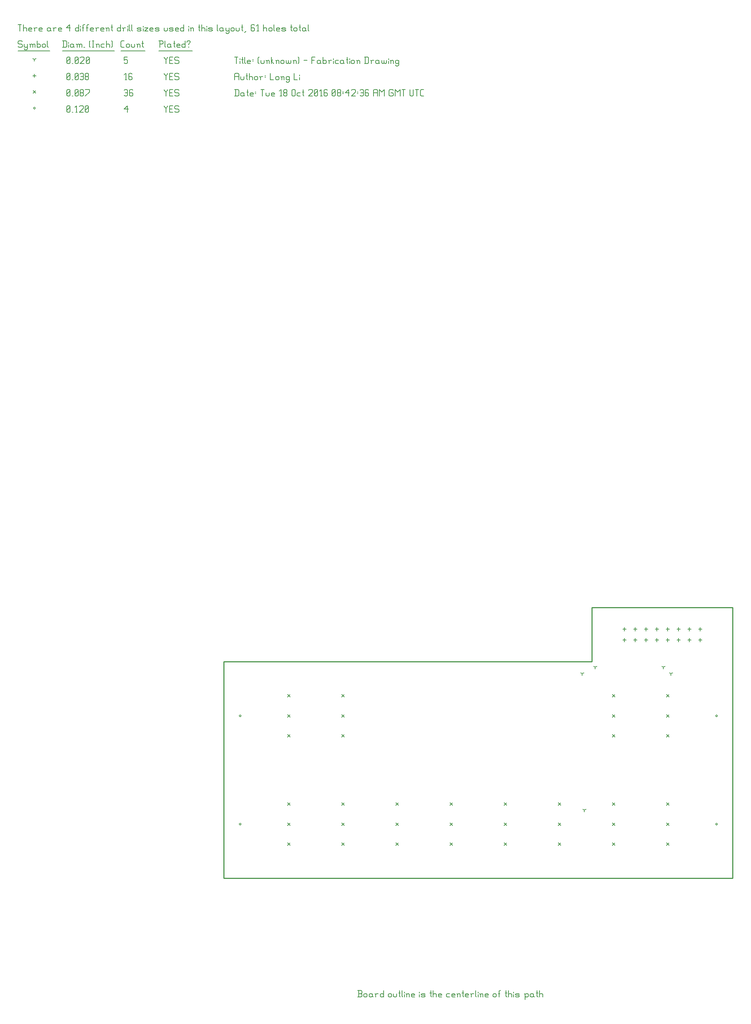
<source format=gbr>
G04 start of page 9 for group -3984 idx -3984 *
G04 Title: (unknown), fab *
G04 Creator: pcb 20140316 *
G04 CreationDate: Tue 18 Oct 2016 08:42:36 AM GMT UTC *
G04 For: atommann *
G04 Format: Gerber/RS-274X *
G04 PCB-Dimensions (mil): 8000.00 8000.00 *
G04 PCB-Coordinate-Origin: lower left *
%MOIN*%
%FSLAX25Y25*%
%LNFAB*%
%ADD49C,0.0100*%
%ADD48C,0.0060*%
%ADD47C,0.0080*%
G54D47*X644200Y250000D02*G75*G03X645800Y250000I800J0D01*G01*
G75*G03X644200Y250000I-800J0D01*G01*
Y150000D02*G75*G03X645800Y150000I800J0D01*G01*
G75*G03X644200Y150000I-800J0D01*G01*
X204200D02*G75*G03X205800Y150000I800J0D01*G01*
G75*G03X204200Y150000I-800J0D01*G01*
Y250000D02*G75*G03X205800Y250000I800J0D01*G01*
G75*G03X204200Y250000I-800J0D01*G01*
X14200Y811250D02*G75*G03X15800Y811250I800J0D01*G01*
G75*G03X14200Y811250I-800J0D01*G01*
G54D48*X135000Y813500D02*Y812750D01*
X136500Y811250D01*
X138000Y812750D01*
Y813500D02*Y812750D01*
X136500Y811250D02*Y807500D01*
X139800Y810500D02*X142050D01*
X139800Y807500D02*X142800D01*
X139800Y813500D02*Y807500D01*
Y813500D02*X142800D01*
X147600D02*X148350Y812750D01*
X145350Y813500D02*X147600D01*
X144600Y812750D02*X145350Y813500D01*
X144600Y812750D02*Y811250D01*
X145350Y810500D01*
X147600D01*
X148350Y809750D01*
Y808250D01*
X147600Y807500D02*X148350Y808250D01*
X145350Y807500D02*X147600D01*
X144600Y808250D02*X145350Y807500D01*
X98000Y810500D02*X101000Y813500D01*
X98000Y810500D02*X101750D01*
X101000Y813500D02*Y807500D01*
X45000Y808250D02*X45750Y807500D01*
X45000Y812750D02*Y808250D01*
Y812750D02*X45750Y813500D01*
X47250D01*
X48000Y812750D01*
Y808250D01*
X47250Y807500D02*X48000Y808250D01*
X45750Y807500D02*X47250D01*
X45000Y809000D02*X48000Y812000D01*
X49800Y807500D02*X50550D01*
X53100D02*X54600D01*
X53850Y813500D02*Y807500D01*
X52350Y812000D02*X53850Y813500D01*
X56400Y812750D02*X57150Y813500D01*
X59400D01*
X60150Y812750D01*
Y811250D01*
X56400Y807500D02*X60150Y811250D01*
X56400Y807500D02*X60150D01*
X61950Y808250D02*X62700Y807500D01*
X61950Y812750D02*Y808250D01*
Y812750D02*X62700Y813500D01*
X64200D01*
X64950Y812750D01*
Y808250D01*
X64200Y807500D02*X64950Y808250D01*
X62700Y807500D02*X64200D01*
X61950Y809000D02*X64950Y812000D01*
X598800Y132700D02*X601200Y130300D01*
X598800D02*X601200Y132700D01*
X598800Y151200D02*X601200Y148800D01*
X598800D02*X601200Y151200D01*
X598800Y169700D02*X601200Y167300D01*
X598800D02*X601200Y169700D01*
X548800Y132700D02*X551200Y130300D01*
X548800D02*X551200Y132700D01*
X548800Y151200D02*X551200Y148800D01*
X548800D02*X551200Y151200D01*
X548800Y169700D02*X551200Y167300D01*
X548800D02*X551200Y169700D01*
X498800Y132700D02*X501200Y130300D01*
X498800D02*X501200Y132700D01*
X498800Y151200D02*X501200Y148800D01*
X498800D02*X501200Y151200D01*
X498800Y169700D02*X501200Y167300D01*
X498800D02*X501200Y169700D01*
X448800Y132700D02*X451200Y130300D01*
X448800D02*X451200Y132700D01*
X448800Y151200D02*X451200Y148800D01*
X448800D02*X451200Y151200D01*
X448800Y169700D02*X451200Y167300D01*
X448800D02*X451200Y169700D01*
X398800Y132700D02*X401200Y130300D01*
X398800D02*X401200Y132700D01*
X398800Y151200D02*X401200Y148800D01*
X398800D02*X401200Y151200D01*
X398800Y169700D02*X401200Y167300D01*
X398800D02*X401200Y169700D01*
X348800Y132700D02*X351200Y130300D01*
X348800D02*X351200Y132700D01*
X348800Y151200D02*X351200Y148800D01*
X348800D02*X351200Y151200D01*
X348800Y169700D02*X351200Y167300D01*
X348800D02*X351200Y169700D01*
X298800Y132700D02*X301200Y130300D01*
X298800D02*X301200Y132700D01*
X298800Y151200D02*X301200Y148800D01*
X298800D02*X301200Y151200D01*
X298800Y169700D02*X301200Y167300D01*
X298800D02*X301200Y169700D01*
X248800Y132700D02*X251200Y130300D01*
X248800D02*X251200Y132700D01*
X248800Y151200D02*X251200Y148800D01*
X248800D02*X251200Y151200D01*
X248800Y169700D02*X251200Y167300D01*
X248800D02*X251200Y169700D01*
X548800Y232700D02*X551200Y230300D01*
X548800D02*X551200Y232700D01*
X548800Y251200D02*X551200Y248800D01*
X548800D02*X551200Y251200D01*
X548800Y269700D02*X551200Y267300D01*
X548800D02*X551200Y269700D01*
X298800Y232700D02*X301200Y230300D01*
X298800D02*X301200Y232700D01*
X298800Y251200D02*X301200Y248800D01*
X298800D02*X301200Y251200D01*
X298800Y269700D02*X301200Y267300D01*
X298800D02*X301200Y269700D01*
X598800Y232700D02*X601200Y230300D01*
X598800D02*X601200Y232700D01*
X598800Y251200D02*X601200Y248800D01*
X598800D02*X601200Y251200D01*
X598800Y269700D02*X601200Y267300D01*
X598800D02*X601200Y269700D01*
X248800Y232700D02*X251200Y230300D01*
X248800D02*X251200Y232700D01*
X248800Y251200D02*X251200Y248800D01*
X248800D02*X251200Y251200D01*
X248800Y269700D02*X251200Y267300D01*
X248800D02*X251200Y269700D01*
X13800Y827450D02*X16200Y825050D01*
X13800D02*X16200Y827450D01*
X135000Y828500D02*Y827750D01*
X136500Y826250D01*
X138000Y827750D01*
Y828500D02*Y827750D01*
X136500Y826250D02*Y822500D01*
X139800Y825500D02*X142050D01*
X139800Y822500D02*X142800D01*
X139800Y828500D02*Y822500D01*
Y828500D02*X142800D01*
X147600D02*X148350Y827750D01*
X145350Y828500D02*X147600D01*
X144600Y827750D02*X145350Y828500D01*
X144600Y827750D02*Y826250D01*
X145350Y825500D01*
X147600D01*
X148350Y824750D01*
Y823250D01*
X147600Y822500D02*X148350Y823250D01*
X145350Y822500D02*X147600D01*
X144600Y823250D02*X145350Y822500D01*
X98000Y827750D02*X98750Y828500D01*
X100250D01*
X101000Y827750D01*
Y823250D01*
X100250Y822500D02*X101000Y823250D01*
X98750Y822500D02*X100250D01*
X98000Y823250D02*X98750Y822500D01*
Y825500D02*X101000D01*
X105050Y828500D02*X105800Y827750D01*
X103550Y828500D02*X105050D01*
X102800Y827750D02*X103550Y828500D01*
X102800Y827750D02*Y823250D01*
X103550Y822500D01*
X105050Y825500D02*X105800Y824750D01*
X102800Y825500D02*X105050D01*
X103550Y822500D02*X105050D01*
X105800Y823250D01*
Y824750D02*Y823250D01*
X45000D02*X45750Y822500D01*
X45000Y827750D02*Y823250D01*
Y827750D02*X45750Y828500D01*
X47250D01*
X48000Y827750D01*
Y823250D01*
X47250Y822500D02*X48000Y823250D01*
X45750Y822500D02*X47250D01*
X45000Y824000D02*X48000Y827000D01*
X49800Y822500D02*X50550D01*
X52350Y823250D02*X53100Y822500D01*
X52350Y827750D02*Y823250D01*
Y827750D02*X53100Y828500D01*
X54600D01*
X55350Y827750D01*
Y823250D01*
X54600Y822500D02*X55350Y823250D01*
X53100Y822500D02*X54600D01*
X52350Y824000D02*X55350Y827000D01*
X57150Y823250D02*X57900Y822500D01*
X57150Y824750D02*Y823250D01*
Y824750D02*X57900Y825500D01*
X59400D01*
X60150Y824750D01*
Y823250D01*
X59400Y822500D02*X60150Y823250D01*
X57900Y822500D02*X59400D01*
X57150Y826250D02*X57900Y825500D01*
X57150Y827750D02*Y826250D01*
Y827750D02*X57900Y828500D01*
X59400D01*
X60150Y827750D01*
Y826250D01*
X59400Y825500D02*X60150Y826250D01*
X61950Y822500D02*X65700Y826250D01*
Y828500D02*Y826250D01*
X61950Y828500D02*X65700D01*
X560000Y321600D02*Y318400D01*
X558400Y320000D02*X561600D01*
X560000Y331600D02*Y328400D01*
X558400Y330000D02*X561600D01*
X570000Y321600D02*Y318400D01*
X568400Y320000D02*X571600D01*
X570000Y331600D02*Y328400D01*
X568400Y330000D02*X571600D01*
X580000Y321600D02*Y318400D01*
X578400Y320000D02*X581600D01*
X580000Y331600D02*Y328400D01*
X578400Y330000D02*X581600D01*
X590000Y321600D02*Y318400D01*
X588400Y320000D02*X591600D01*
X590000Y331600D02*Y328400D01*
X588400Y330000D02*X591600D01*
X600000Y321600D02*Y318400D01*
X598400Y320000D02*X601600D01*
X600000Y331600D02*Y328400D01*
X598400Y330000D02*X601600D01*
X610000Y321600D02*Y318400D01*
X608400Y320000D02*X611600D01*
X610000Y331600D02*Y328400D01*
X608400Y330000D02*X611600D01*
X620000Y321600D02*Y318400D01*
X618400Y320000D02*X621600D01*
X620000Y331600D02*Y328400D01*
X618400Y330000D02*X621600D01*
X630000Y321600D02*Y318400D01*
X628400Y320000D02*X631600D01*
X630000Y331600D02*Y328400D01*
X628400Y330000D02*X631600D01*
X15000Y842850D02*Y839650D01*
X13400Y841250D02*X16600D01*
X135000Y843500D02*Y842750D01*
X136500Y841250D01*
X138000Y842750D01*
Y843500D02*Y842750D01*
X136500Y841250D02*Y837500D01*
X139800Y840500D02*X142050D01*
X139800Y837500D02*X142800D01*
X139800Y843500D02*Y837500D01*
Y843500D02*X142800D01*
X147600D02*X148350Y842750D01*
X145350Y843500D02*X147600D01*
X144600Y842750D02*X145350Y843500D01*
X144600Y842750D02*Y841250D01*
X145350Y840500D01*
X147600D01*
X148350Y839750D01*
Y838250D01*
X147600Y837500D02*X148350Y838250D01*
X145350Y837500D02*X147600D01*
X144600Y838250D02*X145350Y837500D01*
X98750D02*X100250D01*
X99500Y843500D02*Y837500D01*
X98000Y842000D02*X99500Y843500D01*
X104300D02*X105050Y842750D01*
X102800Y843500D02*X104300D01*
X102050Y842750D02*X102800Y843500D01*
X102050Y842750D02*Y838250D01*
X102800Y837500D01*
X104300Y840500D02*X105050Y839750D01*
X102050Y840500D02*X104300D01*
X102800Y837500D02*X104300D01*
X105050Y838250D01*
Y839750D02*Y838250D01*
X45000D02*X45750Y837500D01*
X45000Y842750D02*Y838250D01*
Y842750D02*X45750Y843500D01*
X47250D01*
X48000Y842750D01*
Y838250D01*
X47250Y837500D02*X48000Y838250D01*
X45750Y837500D02*X47250D01*
X45000Y839000D02*X48000Y842000D01*
X49800Y837500D02*X50550D01*
X52350Y838250D02*X53100Y837500D01*
X52350Y842750D02*Y838250D01*
Y842750D02*X53100Y843500D01*
X54600D01*
X55350Y842750D01*
Y838250D01*
X54600Y837500D02*X55350Y838250D01*
X53100Y837500D02*X54600D01*
X52350Y839000D02*X55350Y842000D01*
X57150Y842750D02*X57900Y843500D01*
X59400D01*
X60150Y842750D01*
Y838250D01*
X59400Y837500D02*X60150Y838250D01*
X57900Y837500D02*X59400D01*
X57150Y838250D02*X57900Y837500D01*
Y840500D02*X60150D01*
X61950Y838250D02*X62700Y837500D01*
X61950Y839750D02*Y838250D01*
Y839750D02*X62700Y840500D01*
X64200D01*
X64950Y839750D01*
Y838250D01*
X64200Y837500D02*X64950Y838250D01*
X62700Y837500D02*X64200D01*
X61950Y841250D02*X62700Y840500D01*
X61950Y842750D02*Y841250D01*
Y842750D02*X62700Y843500D01*
X64200D01*
X64950Y842750D01*
Y841250D01*
X64200Y840500D02*X64950Y841250D01*
X523000Y163000D02*Y161400D01*
Y163000D02*X524387Y163800D01*
X523000Y163000D02*X521613Y163800D01*
X533000Y295000D02*Y293400D01*
Y295000D02*X534387Y295800D01*
X533000Y295000D02*X531613Y295800D01*
X596000Y295000D02*Y293400D01*
Y295000D02*X597387Y295800D01*
X596000Y295000D02*X594613Y295800D01*
X521000Y289000D02*Y287400D01*
Y289000D02*X522387Y289800D01*
X521000Y289000D02*X519613Y289800D01*
X603000Y289000D02*Y287400D01*
Y289000D02*X604387Y289800D01*
X603000Y289000D02*X601613Y289800D01*
X15000Y856250D02*Y854650D01*
Y856250D02*X16387Y857050D01*
X15000Y856250D02*X13613Y857050D01*
X135000Y858500D02*Y857750D01*
X136500Y856250D01*
X138000Y857750D01*
Y858500D02*Y857750D01*
X136500Y856250D02*Y852500D01*
X139800Y855500D02*X142050D01*
X139800Y852500D02*X142800D01*
X139800Y858500D02*Y852500D01*
Y858500D02*X142800D01*
X147600D02*X148350Y857750D01*
X145350Y858500D02*X147600D01*
X144600Y857750D02*X145350Y858500D01*
X144600Y857750D02*Y856250D01*
X145350Y855500D01*
X147600D01*
X148350Y854750D01*
Y853250D01*
X147600Y852500D02*X148350Y853250D01*
X145350Y852500D02*X147600D01*
X144600Y853250D02*X145350Y852500D01*
X98000Y858500D02*X101000D01*
X98000D02*Y855500D01*
X98750Y856250D01*
X100250D01*
X101000Y855500D01*
Y853250D01*
X100250Y852500D02*X101000Y853250D01*
X98750Y852500D02*X100250D01*
X98000Y853250D02*X98750Y852500D01*
X45000Y853250D02*X45750Y852500D01*
X45000Y857750D02*Y853250D01*
Y857750D02*X45750Y858500D01*
X47250D01*
X48000Y857750D01*
Y853250D01*
X47250Y852500D02*X48000Y853250D01*
X45750Y852500D02*X47250D01*
X45000Y854000D02*X48000Y857000D01*
X49800Y852500D02*X50550D01*
X52350Y853250D02*X53100Y852500D01*
X52350Y857750D02*Y853250D01*
Y857750D02*X53100Y858500D01*
X54600D01*
X55350Y857750D01*
Y853250D01*
X54600Y852500D02*X55350Y853250D01*
X53100Y852500D02*X54600D01*
X52350Y854000D02*X55350Y857000D01*
X57150Y857750D02*X57900Y858500D01*
X60150D01*
X60900Y857750D01*
Y856250D01*
X57150Y852500D02*X60900Y856250D01*
X57150Y852500D02*X60900D01*
X62700Y853250D02*X63450Y852500D01*
X62700Y857750D02*Y853250D01*
Y857750D02*X63450Y858500D01*
X64950D01*
X65700Y857750D01*
Y853250D01*
X64950Y852500D02*X65700Y853250D01*
X63450Y852500D02*X64950D01*
X62700Y854000D02*X65700Y857000D01*
X3000Y873500D02*X3750Y872750D01*
X750Y873500D02*X3000D01*
X0Y872750D02*X750Y873500D01*
X0Y872750D02*Y871250D01*
X750Y870500D01*
X3000D01*
X3750Y869750D01*
Y868250D01*
X3000Y867500D02*X3750Y868250D01*
X750Y867500D02*X3000D01*
X0Y868250D02*X750Y867500D01*
X5550Y870500D02*Y868250D01*
X6300Y867500D01*
X8550Y870500D02*Y866000D01*
X7800Y865250D02*X8550Y866000D01*
X6300Y865250D02*X7800D01*
X5550Y866000D02*X6300Y865250D01*
Y867500D02*X7800D01*
X8550Y868250D01*
X11100Y869750D02*Y867500D01*
Y869750D02*X11850Y870500D01*
X12600D01*
X13350Y869750D01*
Y867500D01*
Y869750D02*X14100Y870500D01*
X14850D01*
X15600Y869750D01*
Y867500D01*
X10350Y870500D02*X11100Y869750D01*
X17400Y873500D02*Y867500D01*
Y868250D02*X18150Y867500D01*
X19650D01*
X20400Y868250D01*
Y869750D02*Y868250D01*
X19650Y870500D02*X20400Y869750D01*
X18150Y870500D02*X19650D01*
X17400Y869750D02*X18150Y870500D01*
X22200Y869750D02*Y868250D01*
Y869750D02*X22950Y870500D01*
X24450D01*
X25200Y869750D01*
Y868250D01*
X24450Y867500D02*X25200Y868250D01*
X22950Y867500D02*X24450D01*
X22200Y868250D02*X22950Y867500D01*
X27000Y873500D02*Y868250D01*
X27750Y867500D01*
X0Y864250D02*X29250D01*
X41750Y873500D02*Y867500D01*
X44000Y873500D02*X44750Y872750D01*
Y868250D01*
X44000Y867500D02*X44750Y868250D01*
X41000Y867500D02*X44000D01*
X41000Y873500D02*X44000D01*
X46550Y872000D02*Y871250D01*
Y869750D02*Y867500D01*
X50300Y870500D02*X51050Y869750D01*
X48800Y870500D02*X50300D01*
X48050Y869750D02*X48800Y870500D01*
X48050Y869750D02*Y868250D01*
X48800Y867500D01*
X51050Y870500D02*Y868250D01*
X51800Y867500D01*
X48800D02*X50300D01*
X51050Y868250D01*
X54350Y869750D02*Y867500D01*
Y869750D02*X55100Y870500D01*
X55850D01*
X56600Y869750D01*
Y867500D01*
Y869750D02*X57350Y870500D01*
X58100D01*
X58850Y869750D01*
Y867500D01*
X53600Y870500D02*X54350Y869750D01*
X60650Y867500D02*X61400D01*
X65900Y868250D02*X66650Y867500D01*
X65900Y872750D02*X66650Y873500D01*
X65900Y872750D02*Y868250D01*
X68450Y873500D02*X69950D01*
X69200D02*Y867500D01*
X68450D02*X69950D01*
X72500Y869750D02*Y867500D01*
Y869750D02*X73250Y870500D01*
X74000D01*
X74750Y869750D01*
Y867500D01*
X71750Y870500D02*X72500Y869750D01*
X77300Y870500D02*X79550D01*
X76550Y869750D02*X77300Y870500D01*
X76550Y869750D02*Y868250D01*
X77300Y867500D01*
X79550D01*
X81350Y873500D02*Y867500D01*
Y869750D02*X82100Y870500D01*
X83600D01*
X84350Y869750D01*
Y867500D01*
X86150Y873500D02*X86900Y872750D01*
Y868250D01*
X86150Y867500D02*X86900Y868250D01*
X41000Y864250D02*X88700D01*
X95750Y867500D02*X98000D01*
X95000Y868250D02*X95750Y867500D01*
X95000Y872750D02*Y868250D01*
Y872750D02*X95750Y873500D01*
X98000D01*
X99800Y869750D02*Y868250D01*
Y869750D02*X100550Y870500D01*
X102050D01*
X102800Y869750D01*
Y868250D01*
X102050Y867500D02*X102800Y868250D01*
X100550Y867500D02*X102050D01*
X99800Y868250D02*X100550Y867500D01*
X104600Y870500D02*Y868250D01*
X105350Y867500D01*
X106850D01*
X107600Y868250D01*
Y870500D02*Y868250D01*
X110150Y869750D02*Y867500D01*
Y869750D02*X110900Y870500D01*
X111650D01*
X112400Y869750D01*
Y867500D01*
X109400Y870500D02*X110150Y869750D01*
X114950Y873500D02*Y868250D01*
X115700Y867500D01*
X114200Y871250D02*X115700D01*
X95000Y864250D02*X117200D01*
X130750Y873500D02*Y867500D01*
X130000Y873500D02*X133000D01*
X133750Y872750D01*
Y871250D01*
X133000Y870500D02*X133750Y871250D01*
X130750Y870500D02*X133000D01*
X135550Y873500D02*Y868250D01*
X136300Y867500D01*
X140050Y870500D02*X140800Y869750D01*
X138550Y870500D02*X140050D01*
X137800Y869750D02*X138550Y870500D01*
X137800Y869750D02*Y868250D01*
X138550Y867500D01*
X140800Y870500D02*Y868250D01*
X141550Y867500D01*
X138550D02*X140050D01*
X140800Y868250D01*
X144100Y873500D02*Y868250D01*
X144850Y867500D01*
X143350Y871250D02*X144850D01*
X147100Y867500D02*X149350D01*
X146350Y868250D02*X147100Y867500D01*
X146350Y869750D02*Y868250D01*
Y869750D02*X147100Y870500D01*
X148600D01*
X149350Y869750D01*
X146350Y869000D02*X149350D01*
Y869750D02*Y869000D01*
X154150Y873500D02*Y867500D01*
X153400D02*X154150Y868250D01*
X151900Y867500D02*X153400D01*
X151150Y868250D02*X151900Y867500D01*
X151150Y869750D02*Y868250D01*
Y869750D02*X151900Y870500D01*
X153400D01*
X154150Y869750D01*
X157450Y870500D02*Y869750D01*
Y868250D02*Y867500D01*
X155950Y872750D02*Y872000D01*
Y872750D02*X156700Y873500D01*
X158200D01*
X158950Y872750D01*
Y872000D01*
X157450Y870500D02*X158950Y872000D01*
X130000Y864250D02*X160750D01*
X0Y888500D02*X3000D01*
X1500D02*Y882500D01*
X4800Y888500D02*Y882500D01*
Y884750D02*X5550Y885500D01*
X7050D01*
X7800Y884750D01*
Y882500D01*
X10350D02*X12600D01*
X9600Y883250D02*X10350Y882500D01*
X9600Y884750D02*Y883250D01*
Y884750D02*X10350Y885500D01*
X11850D01*
X12600Y884750D01*
X9600Y884000D02*X12600D01*
Y884750D02*Y884000D01*
X15150Y884750D02*Y882500D01*
Y884750D02*X15900Y885500D01*
X17400D01*
X14400D02*X15150Y884750D01*
X19950Y882500D02*X22200D01*
X19200Y883250D02*X19950Y882500D01*
X19200Y884750D02*Y883250D01*
Y884750D02*X19950Y885500D01*
X21450D01*
X22200Y884750D01*
X19200Y884000D02*X22200D01*
Y884750D02*Y884000D01*
X28950Y885500D02*X29700Y884750D01*
X27450Y885500D02*X28950D01*
X26700Y884750D02*X27450Y885500D01*
X26700Y884750D02*Y883250D01*
X27450Y882500D01*
X29700Y885500D02*Y883250D01*
X30450Y882500D01*
X27450D02*X28950D01*
X29700Y883250D01*
X33000Y884750D02*Y882500D01*
Y884750D02*X33750Y885500D01*
X35250D01*
X32250D02*X33000Y884750D01*
X37800Y882500D02*X40050D01*
X37050Y883250D02*X37800Y882500D01*
X37050Y884750D02*Y883250D01*
Y884750D02*X37800Y885500D01*
X39300D01*
X40050Y884750D01*
X37050Y884000D02*X40050D01*
Y884750D02*Y884000D01*
X44550Y885500D02*X47550Y888500D01*
X44550Y885500D02*X48300D01*
X47550Y888500D02*Y882500D01*
X55800Y888500D02*Y882500D01*
X55050D02*X55800Y883250D01*
X53550Y882500D02*X55050D01*
X52800Y883250D02*X53550Y882500D01*
X52800Y884750D02*Y883250D01*
Y884750D02*X53550Y885500D01*
X55050D01*
X55800Y884750D01*
X57600Y887000D02*Y886250D01*
Y884750D02*Y882500D01*
X59850Y887750D02*Y882500D01*
Y887750D02*X60600Y888500D01*
X61350D01*
X59100Y885500D02*X60600D01*
X63600Y887750D02*Y882500D01*
Y887750D02*X64350Y888500D01*
X65100D01*
X62850Y885500D02*X64350D01*
X67350Y882500D02*X69600D01*
X66600Y883250D02*X67350Y882500D01*
X66600Y884750D02*Y883250D01*
Y884750D02*X67350Y885500D01*
X68850D01*
X69600Y884750D01*
X66600Y884000D02*X69600D01*
Y884750D02*Y884000D01*
X72150Y884750D02*Y882500D01*
Y884750D02*X72900Y885500D01*
X74400D01*
X71400D02*X72150Y884750D01*
X76950Y882500D02*X79200D01*
X76200Y883250D02*X76950Y882500D01*
X76200Y884750D02*Y883250D01*
Y884750D02*X76950Y885500D01*
X78450D01*
X79200Y884750D01*
X76200Y884000D02*X79200D01*
Y884750D02*Y884000D01*
X81750Y884750D02*Y882500D01*
Y884750D02*X82500Y885500D01*
X83250D01*
X84000Y884750D01*
Y882500D01*
X81000Y885500D02*X81750Y884750D01*
X86550Y888500D02*Y883250D01*
X87300Y882500D01*
X85800Y886250D02*X87300D01*
X94500Y888500D02*Y882500D01*
X93750D02*X94500Y883250D01*
X92250Y882500D02*X93750D01*
X91500Y883250D02*X92250Y882500D01*
X91500Y884750D02*Y883250D01*
Y884750D02*X92250Y885500D01*
X93750D01*
X94500Y884750D01*
X97050D02*Y882500D01*
Y884750D02*X97800Y885500D01*
X99300D01*
X96300D02*X97050Y884750D01*
X101100Y887000D02*Y886250D01*
Y884750D02*Y882500D01*
X102600Y888500D02*Y883250D01*
X103350Y882500D01*
X104850Y888500D02*Y883250D01*
X105600Y882500D01*
X110550D02*X112800D01*
X113550Y883250D01*
X112800Y884000D02*X113550Y883250D01*
X110550Y884000D02*X112800D01*
X109800Y884750D02*X110550Y884000D01*
X109800Y884750D02*X110550Y885500D01*
X112800D01*
X113550Y884750D01*
X109800Y883250D02*X110550Y882500D01*
X115350Y887000D02*Y886250D01*
Y884750D02*Y882500D01*
X116850Y885500D02*X119850D01*
X116850Y882500D02*X119850Y885500D01*
X116850Y882500D02*X119850D01*
X122400D02*X124650D01*
X121650Y883250D02*X122400Y882500D01*
X121650Y884750D02*Y883250D01*
Y884750D02*X122400Y885500D01*
X123900D01*
X124650Y884750D01*
X121650Y884000D02*X124650D01*
Y884750D02*Y884000D01*
X127200Y882500D02*X129450D01*
X130200Y883250D01*
X129450Y884000D02*X130200Y883250D01*
X127200Y884000D02*X129450D01*
X126450Y884750D02*X127200Y884000D01*
X126450Y884750D02*X127200Y885500D01*
X129450D01*
X130200Y884750D01*
X126450Y883250D02*X127200Y882500D01*
X134700Y885500D02*Y883250D01*
X135450Y882500D01*
X136950D01*
X137700Y883250D01*
Y885500D02*Y883250D01*
X140250Y882500D02*X142500D01*
X143250Y883250D01*
X142500Y884000D02*X143250Y883250D01*
X140250Y884000D02*X142500D01*
X139500Y884750D02*X140250Y884000D01*
X139500Y884750D02*X140250Y885500D01*
X142500D01*
X143250Y884750D01*
X139500Y883250D02*X140250Y882500D01*
X145800D02*X148050D01*
X145050Y883250D02*X145800Y882500D01*
X145050Y884750D02*Y883250D01*
Y884750D02*X145800Y885500D01*
X147300D01*
X148050Y884750D01*
X145050Y884000D02*X148050D01*
Y884750D02*Y884000D01*
X152850Y888500D02*Y882500D01*
X152100D02*X152850Y883250D01*
X150600Y882500D02*X152100D01*
X149850Y883250D02*X150600Y882500D01*
X149850Y884750D02*Y883250D01*
Y884750D02*X150600Y885500D01*
X152100D01*
X152850Y884750D01*
X157350Y887000D02*Y886250D01*
Y884750D02*Y882500D01*
X159600Y884750D02*Y882500D01*
Y884750D02*X160350Y885500D01*
X161100D01*
X161850Y884750D01*
Y882500D01*
X158850Y885500D02*X159600Y884750D01*
X167100Y888500D02*Y883250D01*
X167850Y882500D01*
X166350Y886250D02*X167850D01*
X169350Y888500D02*Y882500D01*
Y884750D02*X170100Y885500D01*
X171600D01*
X172350Y884750D01*
Y882500D01*
X174150Y887000D02*Y886250D01*
Y884750D02*Y882500D01*
X176400D02*X178650D01*
X179400Y883250D01*
X178650Y884000D02*X179400Y883250D01*
X176400Y884000D02*X178650D01*
X175650Y884750D02*X176400Y884000D01*
X175650Y884750D02*X176400Y885500D01*
X178650D01*
X179400Y884750D01*
X175650Y883250D02*X176400Y882500D01*
X183900Y888500D02*Y883250D01*
X184650Y882500D01*
X188400Y885500D02*X189150Y884750D01*
X186900Y885500D02*X188400D01*
X186150Y884750D02*X186900Y885500D01*
X186150Y884750D02*Y883250D01*
X186900Y882500D01*
X189150Y885500D02*Y883250D01*
X189900Y882500D01*
X186900D02*X188400D01*
X189150Y883250D01*
X191700Y885500D02*Y883250D01*
X192450Y882500D01*
X194700Y885500D02*Y881000D01*
X193950Y880250D02*X194700Y881000D01*
X192450Y880250D02*X193950D01*
X191700Y881000D02*X192450Y880250D01*
Y882500D02*X193950D01*
X194700Y883250D01*
X196500Y884750D02*Y883250D01*
Y884750D02*X197250Y885500D01*
X198750D01*
X199500Y884750D01*
Y883250D01*
X198750Y882500D02*X199500Y883250D01*
X197250Y882500D02*X198750D01*
X196500Y883250D02*X197250Y882500D01*
X201300Y885500D02*Y883250D01*
X202050Y882500D01*
X203550D01*
X204300Y883250D01*
Y885500D02*Y883250D01*
X206850Y888500D02*Y883250D01*
X207600Y882500D01*
X206100Y886250D02*X207600D01*
X209100Y881000D02*X210600Y882500D01*
X217350Y888500D02*X218100Y887750D01*
X215850Y888500D02*X217350D01*
X215100Y887750D02*X215850Y888500D01*
X215100Y887750D02*Y883250D01*
X215850Y882500D01*
X217350Y885500D02*X218100Y884750D01*
X215100Y885500D02*X217350D01*
X215850Y882500D02*X217350D01*
X218100Y883250D01*
Y884750D02*Y883250D01*
X220650Y882500D02*X222150D01*
X221400Y888500D02*Y882500D01*
X219900Y887000D02*X221400Y888500D01*
X226650D02*Y882500D01*
Y884750D02*X227400Y885500D01*
X228900D01*
X229650Y884750D01*
Y882500D01*
X231450Y884750D02*Y883250D01*
Y884750D02*X232200Y885500D01*
X233700D01*
X234450Y884750D01*
Y883250D01*
X233700Y882500D02*X234450Y883250D01*
X232200Y882500D02*X233700D01*
X231450Y883250D02*X232200Y882500D01*
X236250Y888500D02*Y883250D01*
X237000Y882500D01*
X239250D02*X241500D01*
X238500Y883250D02*X239250Y882500D01*
X238500Y884750D02*Y883250D01*
Y884750D02*X239250Y885500D01*
X240750D01*
X241500Y884750D01*
X238500Y884000D02*X241500D01*
Y884750D02*Y884000D01*
X244050Y882500D02*X246300D01*
X247050Y883250D01*
X246300Y884000D02*X247050Y883250D01*
X244050Y884000D02*X246300D01*
X243300Y884750D02*X244050Y884000D01*
X243300Y884750D02*X244050Y885500D01*
X246300D01*
X247050Y884750D01*
X243300Y883250D02*X244050Y882500D01*
X252300Y888500D02*Y883250D01*
X253050Y882500D01*
X251550Y886250D02*X253050D01*
X254550Y884750D02*Y883250D01*
Y884750D02*X255300Y885500D01*
X256800D01*
X257550Y884750D01*
Y883250D01*
X256800Y882500D02*X257550Y883250D01*
X255300Y882500D02*X256800D01*
X254550Y883250D02*X255300Y882500D01*
X260100Y888500D02*Y883250D01*
X260850Y882500D01*
X259350Y886250D02*X260850D01*
X264600Y885500D02*X265350Y884750D01*
X263100Y885500D02*X264600D01*
X262350Y884750D02*X263100Y885500D01*
X262350Y884750D02*Y883250D01*
X263100Y882500D01*
X265350Y885500D02*Y883250D01*
X266100Y882500D01*
X263100D02*X264600D01*
X265350Y883250D01*
X267900Y888500D02*Y883250D01*
X268650Y882500D01*
G54D49*X190000Y100000D02*X660000D01*
Y300000D02*Y350000D01*
X530000Y300000D02*X190000D01*
X660000D02*Y100000D01*
X190000Y300000D02*Y100000D01*
X530000Y300000D02*Y350000D01*
X660000D01*
G54D48*X313675Y-9500D02*X316675D01*
X317425Y-8750D01*
Y-7250D02*Y-8750D01*
X316675Y-6500D02*X317425Y-7250D01*
X314425Y-6500D02*X316675D01*
X314425Y-3500D02*Y-9500D01*
X313675Y-3500D02*X316675D01*
X317425Y-4250D01*
Y-5750D01*
X316675Y-6500D02*X317425Y-5750D01*
X319225Y-7250D02*Y-8750D01*
Y-7250D02*X319975Y-6500D01*
X321475D01*
X322225Y-7250D01*
Y-8750D01*
X321475Y-9500D02*X322225Y-8750D01*
X319975Y-9500D02*X321475D01*
X319225Y-8750D02*X319975Y-9500D01*
X326275Y-6500D02*X327025Y-7250D01*
X324775Y-6500D02*X326275D01*
X324025Y-7250D02*X324775Y-6500D01*
X324025Y-7250D02*Y-8750D01*
X324775Y-9500D01*
X327025Y-6500D02*Y-8750D01*
X327775Y-9500D01*
X324775D02*X326275D01*
X327025Y-8750D01*
X330325Y-7250D02*Y-9500D01*
Y-7250D02*X331075Y-6500D01*
X332575D01*
X329575D02*X330325Y-7250D01*
X337375Y-3500D02*Y-9500D01*
X336625D02*X337375Y-8750D01*
X335125Y-9500D02*X336625D01*
X334375Y-8750D02*X335125Y-9500D01*
X334375Y-7250D02*Y-8750D01*
Y-7250D02*X335125Y-6500D01*
X336625D01*
X337375Y-7250D01*
X341875D02*Y-8750D01*
Y-7250D02*X342625Y-6500D01*
X344125D01*
X344875Y-7250D01*
Y-8750D01*
X344125Y-9500D02*X344875Y-8750D01*
X342625Y-9500D02*X344125D01*
X341875Y-8750D02*X342625Y-9500D01*
X346675Y-6500D02*Y-8750D01*
X347425Y-9500D01*
X348925D01*
X349675Y-8750D01*
Y-6500D02*Y-8750D01*
X352225Y-3500D02*Y-8750D01*
X352975Y-9500D01*
X351475Y-5750D02*X352975D01*
X354475Y-3500D02*Y-8750D01*
X355225Y-9500D01*
X356725Y-5000D02*Y-5750D01*
Y-7250D02*Y-9500D01*
X358975Y-7250D02*Y-9500D01*
Y-7250D02*X359725Y-6500D01*
X360475D01*
X361225Y-7250D01*
Y-9500D01*
X358225Y-6500D02*X358975Y-7250D01*
X363775Y-9500D02*X366025D01*
X363025Y-8750D02*X363775Y-9500D01*
X363025Y-7250D02*Y-8750D01*
Y-7250D02*X363775Y-6500D01*
X365275D01*
X366025Y-7250D01*
X363025Y-8000D02*X366025D01*
Y-7250D02*Y-8000D01*
X370525Y-5000D02*Y-5750D01*
Y-7250D02*Y-9500D01*
X372775D02*X375025D01*
X375775Y-8750D01*
X375025Y-8000D02*X375775Y-8750D01*
X372775Y-8000D02*X375025D01*
X372025Y-7250D02*X372775Y-8000D01*
X372025Y-7250D02*X372775Y-6500D01*
X375025D01*
X375775Y-7250D01*
X372025Y-8750D02*X372775Y-9500D01*
X381025Y-3500D02*Y-8750D01*
X381775Y-9500D01*
X380275Y-5750D02*X381775D01*
X383275Y-3500D02*Y-9500D01*
Y-7250D02*X384025Y-6500D01*
X385525D01*
X386275Y-7250D01*
Y-9500D01*
X388825D02*X391075D01*
X388075Y-8750D02*X388825Y-9500D01*
X388075Y-7250D02*Y-8750D01*
Y-7250D02*X388825Y-6500D01*
X390325D01*
X391075Y-7250D01*
X388075Y-8000D02*X391075D01*
Y-7250D02*Y-8000D01*
X396325Y-6500D02*X398575D01*
X395575Y-7250D02*X396325Y-6500D01*
X395575Y-7250D02*Y-8750D01*
X396325Y-9500D01*
X398575D01*
X401125D02*X403375D01*
X400375Y-8750D02*X401125Y-9500D01*
X400375Y-7250D02*Y-8750D01*
Y-7250D02*X401125Y-6500D01*
X402625D01*
X403375Y-7250D01*
X400375Y-8000D02*X403375D01*
Y-7250D02*Y-8000D01*
X405925Y-7250D02*Y-9500D01*
Y-7250D02*X406675Y-6500D01*
X407425D01*
X408175Y-7250D01*
Y-9500D01*
X405175Y-6500D02*X405925Y-7250D01*
X410725Y-3500D02*Y-8750D01*
X411475Y-9500D01*
X409975Y-5750D02*X411475D01*
X413725Y-9500D02*X415975D01*
X412975Y-8750D02*X413725Y-9500D01*
X412975Y-7250D02*Y-8750D01*
Y-7250D02*X413725Y-6500D01*
X415225D01*
X415975Y-7250D01*
X412975Y-8000D02*X415975D01*
Y-7250D02*Y-8000D01*
X418525Y-7250D02*Y-9500D01*
Y-7250D02*X419275Y-6500D01*
X420775D01*
X417775D02*X418525Y-7250D01*
X422575Y-3500D02*Y-8750D01*
X423325Y-9500D01*
X424825Y-5000D02*Y-5750D01*
Y-7250D02*Y-9500D01*
X427075Y-7250D02*Y-9500D01*
Y-7250D02*X427825Y-6500D01*
X428575D01*
X429325Y-7250D01*
Y-9500D01*
X426325Y-6500D02*X427075Y-7250D01*
X431875Y-9500D02*X434125D01*
X431125Y-8750D02*X431875Y-9500D01*
X431125Y-7250D02*Y-8750D01*
Y-7250D02*X431875Y-6500D01*
X433375D01*
X434125Y-7250D01*
X431125Y-8000D02*X434125D01*
Y-7250D02*Y-8000D01*
X438625Y-7250D02*Y-8750D01*
Y-7250D02*X439375Y-6500D01*
X440875D01*
X441625Y-7250D01*
Y-8750D01*
X440875Y-9500D02*X441625Y-8750D01*
X439375Y-9500D02*X440875D01*
X438625Y-8750D02*X439375Y-9500D01*
X444175Y-4250D02*Y-9500D01*
Y-4250D02*X444925Y-3500D01*
X445675D01*
X443425Y-6500D02*X444925D01*
X450625Y-3500D02*Y-8750D01*
X451375Y-9500D01*
X449875Y-5750D02*X451375D01*
X452875Y-3500D02*Y-9500D01*
Y-7250D02*X453625Y-6500D01*
X455125D01*
X455875Y-7250D01*
Y-9500D01*
X457675Y-5000D02*Y-5750D01*
Y-7250D02*Y-9500D01*
X459925D02*X462175D01*
X462925Y-8750D01*
X462175Y-8000D02*X462925Y-8750D01*
X459925Y-8000D02*X462175D01*
X459175Y-7250D02*X459925Y-8000D01*
X459175Y-7250D02*X459925Y-6500D01*
X462175D01*
X462925Y-7250D01*
X459175Y-8750D02*X459925Y-9500D01*
X468175Y-7250D02*Y-11750D01*
X467425Y-6500D02*X468175Y-7250D01*
X468925Y-6500D01*
X470425D01*
X471175Y-7250D01*
Y-8750D01*
X470425Y-9500D02*X471175Y-8750D01*
X468925Y-9500D02*X470425D01*
X468175Y-8750D02*X468925Y-9500D01*
X475225Y-6500D02*X475975Y-7250D01*
X473725Y-6500D02*X475225D01*
X472975Y-7250D02*X473725Y-6500D01*
X472975Y-7250D02*Y-8750D01*
X473725Y-9500D01*
X475975Y-6500D02*Y-8750D01*
X476725Y-9500D01*
X473725D02*X475225D01*
X475975Y-8750D01*
X479275Y-3500D02*Y-8750D01*
X480025Y-9500D01*
X478525Y-5750D02*X480025D01*
X481525Y-3500D02*Y-9500D01*
Y-7250D02*X482275Y-6500D01*
X483775D01*
X484525Y-7250D01*
Y-9500D01*
X200750Y828500D02*Y822500D01*
X203000Y828500D02*X203750Y827750D01*
Y823250D01*
X203000Y822500D02*X203750Y823250D01*
X200000Y822500D02*X203000D01*
X200000Y828500D02*X203000D01*
X207800Y825500D02*X208550Y824750D01*
X206300Y825500D02*X207800D01*
X205550Y824750D02*X206300Y825500D01*
X205550Y824750D02*Y823250D01*
X206300Y822500D01*
X208550Y825500D02*Y823250D01*
X209300Y822500D01*
X206300D02*X207800D01*
X208550Y823250D01*
X211850Y828500D02*Y823250D01*
X212600Y822500D01*
X211100Y826250D02*X212600D01*
X214850Y822500D02*X217100D01*
X214100Y823250D02*X214850Y822500D01*
X214100Y824750D02*Y823250D01*
Y824750D02*X214850Y825500D01*
X216350D01*
X217100Y824750D01*
X214100Y824000D02*X217100D01*
Y824750D02*Y824000D01*
X218900Y826250D02*X219650D01*
X218900Y824750D02*X219650D01*
X224150Y828500D02*X227150D01*
X225650D02*Y822500D01*
X228950Y825500D02*Y823250D01*
X229700Y822500D01*
X231200D01*
X231950Y823250D01*
Y825500D02*Y823250D01*
X234500Y822500D02*X236750D01*
X233750Y823250D02*X234500Y822500D01*
X233750Y824750D02*Y823250D01*
Y824750D02*X234500Y825500D01*
X236000D01*
X236750Y824750D01*
X233750Y824000D02*X236750D01*
Y824750D02*Y824000D01*
X242000Y822500D02*X243500D01*
X242750Y828500D02*Y822500D01*
X241250Y827000D02*X242750Y828500D01*
X245300Y823250D02*X246050Y822500D01*
X245300Y824750D02*Y823250D01*
Y824750D02*X246050Y825500D01*
X247550D01*
X248300Y824750D01*
Y823250D01*
X247550Y822500D02*X248300Y823250D01*
X246050Y822500D02*X247550D01*
X245300Y826250D02*X246050Y825500D01*
X245300Y827750D02*Y826250D01*
Y827750D02*X246050Y828500D01*
X247550D01*
X248300Y827750D01*
Y826250D01*
X247550Y825500D02*X248300Y826250D01*
X252800Y827750D02*Y823250D01*
Y827750D02*X253550Y828500D01*
X255050D01*
X255800Y827750D01*
Y823250D01*
X255050Y822500D02*X255800Y823250D01*
X253550Y822500D02*X255050D01*
X252800Y823250D02*X253550Y822500D01*
X258350Y825500D02*X260600D01*
X257600Y824750D02*X258350Y825500D01*
X257600Y824750D02*Y823250D01*
X258350Y822500D01*
X260600D01*
X263150Y828500D02*Y823250D01*
X263900Y822500D01*
X262400Y826250D02*X263900D01*
X268100Y827750D02*X268850Y828500D01*
X271100D01*
X271850Y827750D01*
Y826250D01*
X268100Y822500D02*X271850Y826250D01*
X268100Y822500D02*X271850D01*
X273650Y823250D02*X274400Y822500D01*
X273650Y827750D02*Y823250D01*
Y827750D02*X274400Y828500D01*
X275900D01*
X276650Y827750D01*
Y823250D01*
X275900Y822500D02*X276650Y823250D01*
X274400Y822500D02*X275900D01*
X273650Y824000D02*X276650Y827000D01*
X279200Y822500D02*X280700D01*
X279950Y828500D02*Y822500D01*
X278450Y827000D02*X279950Y828500D01*
X284750D02*X285500Y827750D01*
X283250Y828500D02*X284750D01*
X282500Y827750D02*X283250Y828500D01*
X282500Y827750D02*Y823250D01*
X283250Y822500D01*
X284750Y825500D02*X285500Y824750D01*
X282500Y825500D02*X284750D01*
X283250Y822500D02*X284750D01*
X285500Y823250D01*
Y824750D02*Y823250D01*
X290000D02*X290750Y822500D01*
X290000Y827750D02*Y823250D01*
Y827750D02*X290750Y828500D01*
X292250D01*
X293000Y827750D01*
Y823250D01*
X292250Y822500D02*X293000Y823250D01*
X290750Y822500D02*X292250D01*
X290000Y824000D02*X293000Y827000D01*
X294800Y823250D02*X295550Y822500D01*
X294800Y824750D02*Y823250D01*
Y824750D02*X295550Y825500D01*
X297050D01*
X297800Y824750D01*
Y823250D01*
X297050Y822500D02*X297800Y823250D01*
X295550Y822500D02*X297050D01*
X294800Y826250D02*X295550Y825500D01*
X294800Y827750D02*Y826250D01*
Y827750D02*X295550Y828500D01*
X297050D01*
X297800Y827750D01*
Y826250D01*
X297050Y825500D02*X297800Y826250D01*
X299600D02*X300350D01*
X299600Y824750D02*X300350D01*
X302150Y825500D02*X305150Y828500D01*
X302150Y825500D02*X305900D01*
X305150Y828500D02*Y822500D01*
X307700Y827750D02*X308450Y828500D01*
X310700D01*
X311450Y827750D01*
Y826250D01*
X307700Y822500D02*X311450Y826250D01*
X307700Y822500D02*X311450D01*
X313250Y826250D02*X314000D01*
X313250Y824750D02*X314000D01*
X315800Y827750D02*X316550Y828500D01*
X318050D01*
X318800Y827750D01*
Y823250D01*
X318050Y822500D02*X318800Y823250D01*
X316550Y822500D02*X318050D01*
X315800Y823250D02*X316550Y822500D01*
Y825500D02*X318800D01*
X322850Y828500D02*X323600Y827750D01*
X321350Y828500D02*X322850D01*
X320600Y827750D02*X321350Y828500D01*
X320600Y827750D02*Y823250D01*
X321350Y822500D01*
X322850Y825500D02*X323600Y824750D01*
X320600Y825500D02*X322850D01*
X321350Y822500D02*X322850D01*
X323600Y823250D01*
Y824750D02*Y823250D01*
X328100Y827750D02*Y822500D01*
Y827750D02*X328850Y828500D01*
X331100D01*
X331850Y827750D01*
Y822500D01*
X328100Y825500D02*X331850D01*
X333650Y828500D02*Y822500D01*
Y828500D02*X335900Y826250D01*
X338150Y828500D01*
Y822500D01*
X345650Y828500D02*X346400Y827750D01*
X343400Y828500D02*X345650D01*
X342650Y827750D02*X343400Y828500D01*
X342650Y827750D02*Y823250D01*
X343400Y822500D01*
X345650D01*
X346400Y823250D01*
Y824750D02*Y823250D01*
X345650Y825500D02*X346400Y824750D01*
X344150Y825500D02*X345650D01*
X348200Y828500D02*Y822500D01*
Y828500D02*X350450Y826250D01*
X352700Y828500D01*
Y822500D01*
X354500Y828500D02*X357500D01*
X356000D02*Y822500D01*
X362000Y828500D02*Y823250D01*
X362750Y822500D01*
X364250D01*
X365000Y823250D01*
Y828500D02*Y823250D01*
X366800Y828500D02*X369800D01*
X368300D02*Y822500D01*
X372350D02*X374600D01*
X371600Y823250D02*X372350Y822500D01*
X371600Y827750D02*Y823250D01*
Y827750D02*X372350Y828500D01*
X374600D01*
X200000Y842750D02*Y837500D01*
Y842750D02*X200750Y843500D01*
X203000D01*
X203750Y842750D01*
Y837500D01*
X200000Y840500D02*X203750D01*
X205550D02*Y838250D01*
X206300Y837500D01*
X207800D01*
X208550Y838250D01*
Y840500D02*Y838250D01*
X211100Y843500D02*Y838250D01*
X211850Y837500D01*
X210350Y841250D02*X211850D01*
X213350Y843500D02*Y837500D01*
Y839750D02*X214100Y840500D01*
X215600D01*
X216350Y839750D01*
Y837500D01*
X218150Y839750D02*Y838250D01*
Y839750D02*X218900Y840500D01*
X220400D01*
X221150Y839750D01*
Y838250D01*
X220400Y837500D02*X221150Y838250D01*
X218900Y837500D02*X220400D01*
X218150Y838250D02*X218900Y837500D01*
X223700Y839750D02*Y837500D01*
Y839750D02*X224450Y840500D01*
X225950D01*
X222950D02*X223700Y839750D01*
X227750Y841250D02*X228500D01*
X227750Y839750D02*X228500D01*
X233000Y843500D02*Y837500D01*
X236000D01*
X237800Y839750D02*Y838250D01*
Y839750D02*X238550Y840500D01*
X240050D01*
X240800Y839750D01*
Y838250D01*
X240050Y837500D02*X240800Y838250D01*
X238550Y837500D02*X240050D01*
X237800Y838250D02*X238550Y837500D01*
X243350Y839750D02*Y837500D01*
Y839750D02*X244100Y840500D01*
X244850D01*
X245600Y839750D01*
Y837500D01*
X242600Y840500D02*X243350Y839750D01*
X249650Y840500D02*X250400Y839750D01*
X248150Y840500D02*X249650D01*
X247400Y839750D02*X248150Y840500D01*
X247400Y839750D02*Y838250D01*
X248150Y837500D01*
X249650D01*
X250400Y838250D01*
X247400Y836000D02*X248150Y835250D01*
X249650D01*
X250400Y836000D01*
Y840500D02*Y836000D01*
X254900Y843500D02*Y837500D01*
X257900D01*
X259700Y842000D02*Y841250D01*
Y839750D02*Y837500D01*
X200000Y858500D02*X203000D01*
X201500D02*Y852500D01*
X204800Y857000D02*Y856250D01*
Y854750D02*Y852500D01*
X207050Y858500D02*Y853250D01*
X207800Y852500D01*
X206300Y856250D02*X207800D01*
X209300Y858500D02*Y853250D01*
X210050Y852500D01*
X212300D02*X214550D01*
X211550Y853250D02*X212300Y852500D01*
X211550Y854750D02*Y853250D01*
Y854750D02*X212300Y855500D01*
X213800D01*
X214550Y854750D01*
X211550Y854000D02*X214550D01*
Y854750D02*Y854000D01*
X216350Y856250D02*X217100D01*
X216350Y854750D02*X217100D01*
X221600Y853250D02*X222350Y852500D01*
X221600Y857750D02*X222350Y858500D01*
X221600Y857750D02*Y853250D01*
X224150Y855500D02*Y853250D01*
X224900Y852500D01*
X226400D01*
X227150Y853250D01*
Y855500D02*Y853250D01*
X229700Y854750D02*Y852500D01*
Y854750D02*X230450Y855500D01*
X231200D01*
X231950Y854750D01*
Y852500D01*
X228950Y855500D02*X229700Y854750D01*
X233750Y858500D02*Y852500D01*
Y854750D02*X236000Y852500D01*
X233750Y854750D02*X235250Y856250D01*
X238550Y854750D02*Y852500D01*
Y854750D02*X239300Y855500D01*
X240050D01*
X240800Y854750D01*
Y852500D01*
X237800Y855500D02*X238550Y854750D01*
X242600D02*Y853250D01*
Y854750D02*X243350Y855500D01*
X244850D01*
X245600Y854750D01*
Y853250D01*
X244850Y852500D02*X245600Y853250D01*
X243350Y852500D02*X244850D01*
X242600Y853250D02*X243350Y852500D01*
X247400Y855500D02*Y853250D01*
X248150Y852500D01*
X248900D01*
X249650Y853250D01*
Y855500D02*Y853250D01*
X250400Y852500D01*
X251150D01*
X251900Y853250D01*
Y855500D02*Y853250D01*
X254450Y854750D02*Y852500D01*
Y854750D02*X255200Y855500D01*
X255950D01*
X256700Y854750D01*
Y852500D01*
X253700Y855500D02*X254450Y854750D01*
X258500Y858500D02*X259250Y857750D01*
Y853250D01*
X258500Y852500D02*X259250Y853250D01*
X263750Y855500D02*X266750D01*
X271250Y858500D02*Y852500D01*
Y858500D02*X274250D01*
X271250Y855500D02*X273500D01*
X278300D02*X279050Y854750D01*
X276800Y855500D02*X278300D01*
X276050Y854750D02*X276800Y855500D01*
X276050Y854750D02*Y853250D01*
X276800Y852500D01*
X279050Y855500D02*Y853250D01*
X279800Y852500D01*
X276800D02*X278300D01*
X279050Y853250D01*
X281600Y858500D02*Y852500D01*
Y853250D02*X282350Y852500D01*
X283850D01*
X284600Y853250D01*
Y854750D02*Y853250D01*
X283850Y855500D02*X284600Y854750D01*
X282350Y855500D02*X283850D01*
X281600Y854750D02*X282350Y855500D01*
X287150Y854750D02*Y852500D01*
Y854750D02*X287900Y855500D01*
X289400D01*
X286400D02*X287150Y854750D01*
X291200Y857000D02*Y856250D01*
Y854750D02*Y852500D01*
X293450Y855500D02*X295700D01*
X292700Y854750D02*X293450Y855500D01*
X292700Y854750D02*Y853250D01*
X293450Y852500D01*
X295700D01*
X299750Y855500D02*X300500Y854750D01*
X298250Y855500D02*X299750D01*
X297500Y854750D02*X298250Y855500D01*
X297500Y854750D02*Y853250D01*
X298250Y852500D01*
X300500Y855500D02*Y853250D01*
X301250Y852500D01*
X298250D02*X299750D01*
X300500Y853250D01*
X303800Y858500D02*Y853250D01*
X304550Y852500D01*
X303050Y856250D02*X304550D01*
X306050Y857000D02*Y856250D01*
Y854750D02*Y852500D01*
X307550Y854750D02*Y853250D01*
Y854750D02*X308300Y855500D01*
X309800D01*
X310550Y854750D01*
Y853250D01*
X309800Y852500D02*X310550Y853250D01*
X308300Y852500D02*X309800D01*
X307550Y853250D02*X308300Y852500D01*
X313100Y854750D02*Y852500D01*
Y854750D02*X313850Y855500D01*
X314600D01*
X315350Y854750D01*
Y852500D01*
X312350Y855500D02*X313100Y854750D01*
X320600Y858500D02*Y852500D01*
X322850Y858500D02*X323600Y857750D01*
Y853250D01*
X322850Y852500D02*X323600Y853250D01*
X319850Y852500D02*X322850D01*
X319850Y858500D02*X322850D01*
X326150Y854750D02*Y852500D01*
Y854750D02*X326900Y855500D01*
X328400D01*
X325400D02*X326150Y854750D01*
X332450Y855500D02*X333200Y854750D01*
X330950Y855500D02*X332450D01*
X330200Y854750D02*X330950Y855500D01*
X330200Y854750D02*Y853250D01*
X330950Y852500D01*
X333200Y855500D02*Y853250D01*
X333950Y852500D01*
X330950D02*X332450D01*
X333200Y853250D01*
X335750Y855500D02*Y853250D01*
X336500Y852500D01*
X337250D01*
X338000Y853250D01*
Y855500D02*Y853250D01*
X338750Y852500D01*
X339500D01*
X340250Y853250D01*
Y855500D02*Y853250D01*
X342050Y857000D02*Y856250D01*
Y854750D02*Y852500D01*
X344300Y854750D02*Y852500D01*
Y854750D02*X345050Y855500D01*
X345800D01*
X346550Y854750D01*
Y852500D01*
X343550Y855500D02*X344300Y854750D01*
X350600Y855500D02*X351350Y854750D01*
X349100Y855500D02*X350600D01*
X348350Y854750D02*X349100Y855500D01*
X348350Y854750D02*Y853250D01*
X349100Y852500D01*
X350600D01*
X351350Y853250D01*
X348350Y851000D02*X349100Y850250D01*
X350600D01*
X351350Y851000D01*
Y855500D02*Y851000D01*
M02*

</source>
